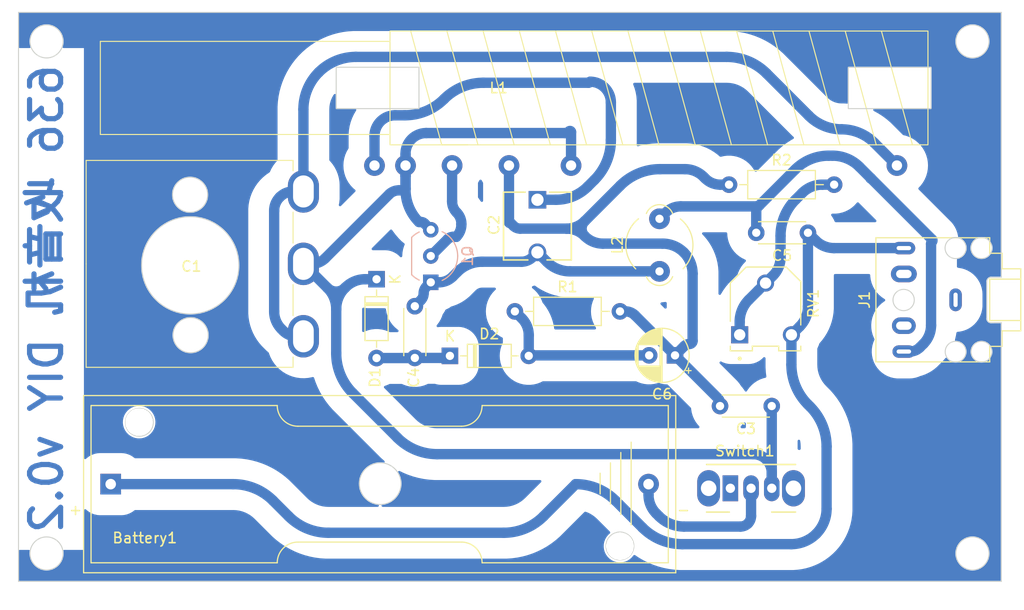
<source format=kicad_pcb>
(kicad_pcb (version 20221018) (generator pcbnew)
  (layers (0 "F.Cu" signal) (31 "B.Cu" signal) (34 "B.Paste" user) (35 "F.Paste" user) (36 "B.SilkS" user "B.Silkscreen") (37 "F.SilkS" user "F.Silkscreen") (38 "B.Mask" user) (39 "F.Mask" user) (44 "Edge.Cuts" user))
  (net 0 "")
  (net 1 "Net-(Battery1-+)")
  (net 2 "Net-(Battery1--)")
  (net 3 "Net-(C2-Pad1)")
  (net 4 "Net-(Q1-C)")
  (net 5 "GND")
  (net 6 "Net-(C3-Pad2)")
  (net 7 "Net-(D1-A)")
  (net 8 "Net-(C5-Pad2)")
  (net 9 "Net-(D2-A)")
  (net 10 "Net-(C1-Pad1)")
  (net 11 "Net-(Q1-B)")
  (net 12 "Net-(R2-Pad2)")
  (footprint "Capacitor_THT:C_Disc_D4.3mm_W1.9mm_P5.00mm" (layer "F.Cu") (at 158.1 125.25 180)
    (fp_text reference "C3" (at 2.5 -2.2) (layer "F.SilkS"))
    (fp_text value "103")
    (pad "1" thru_hole circle (at 0 0 180) (size 1.6 1.6) (drill 0.8) (layers "*.Cu" "*.Mask") (net 5 "GND"))
    (pad "2" thru_hole circle (at 5 0 180) (size 1.6 1.6) (drill 0.8) (layers "*.Cu" "*.Mask") (net 6 "Net-(C3-Pad2)"))
  )
  (footprint "Ferrite_THT:LairdTech_28C0236-0JW-10" (layer "F.Cu") (at 147.25 112.23 90)
    (fp_text reference "L2" (at 2.54 -4.064 90) (layer "F.SilkS"))
    (fp_text value "2.2mH")
    (pad "1" thru_hole circle (at 0 0 90) (size 2 2) (drill 0.8) (layers "*.Cu" "*.Mask") (net 4 "Net-(Q1-C)"))
    (pad "2" thru_hole circle (at 5.08 0 90) (size 2 2) (drill 0.8) (layers "*.Cu" "*.Mask") (net 8 "Net-(C5-Pad2)"))
  )
  (footprint "Button_Switch_THT:SW_CuK_OS102011MA1QN1_SPDT_Angled" (layer "F.Cu") (at 154.1 133.2)
    (fp_text reference "Switch1" (at 1.4 -3.6) (layer "F.SilkS"))
    (fp_text value "SW_SPDT")
    (pad "" thru_hole oval (at -2.1 0) (size 2.2 3.5) (drill 1.5) (layers "*.Cu" "*.Mask"))
    (pad "" thru_hole oval (at 6.1 0) (size 2.2 3.5) (drill 1.5) (layers "*.Cu" "*.Mask"))
    (pad "1" thru_hole rect (at 0 0) (size 1.5 2.5) (drill 0.9) (layers "*.Cu" "*.Mask"))
    (pad "2" thru_hole oval (at 2 0) (size 1.5 2.5) (drill 0.9) (layers "*.Cu" "*.Mask") (net 2 "Net-(Battery1--)"))
    (pad "3" thru_hole oval (at 4 0) (size 1.5 2.5) (drill 0.9) (layers "*.Cu" "*.Mask") (net 5 "GND"))
  )
  (footprint "Capacitor_THT:CP_Radial_D5.0mm_P2.50mm" (layer "F.Cu") (at 148.75 120.35 180)
    (fp_text reference "C6" (at 1.25 -3.75) (layer "F.SilkS"))
    (fp_text value "10uF")
    (pad "1" thru_hole rect (at 0 0 180) (size 1.6 1.6) (drill 0.8) (layers "*.Cu" "*.Mask") (net 6 "Net-(C3-Pad2)"))
    (pad "2" thru_hole circle (at 2.5 0 180) (size 1.6 1.6) (drill 0.8) (layers "*.Cu" "*.Mask") (net 9 "Net-(D2-A)"))
  )
  (footprint "Battery:BatteryHolder_Keystone_2460_1xAA" (layer "F.Cu") (at 94.2 132.8)
    (fp_text reference "Battery1" (at 3.3 5.2 180) (layer "F.SilkS"))
    (fp_text value "1.5V")
    (fp_text user "-" (at 55.37 2.48) (layer "F.SilkS"))
    (fp_text user "+" (at -3.4 2.48) (layer "F.SilkS"))
    (pad "" np_thru_hole circle (at 2.75 -5.995 90) (size 2.64 2.64) (drill 2.64) (layers "*.Cu" "*.Mask"))
    (pad "" np_thru_hole circle (at 49.23 5.995) (size 2.64 2.64) (drill 2.64) (layers "*.Cu" "*.Mask"))
    (pad "1" thru_hole rect (at 0 0 180) (size 2 2) (drill 1.02) (layers "*.Cu" "*.Mask") (net 1 "Net-(Battery1-+)"))
    (pad "2" thru_hole circle (at 51.99 0 180) (size 2 2) (drill 1.02) (layers "*.Cu" "*.Mask") (net 2 "Net-(Battery1--)"))
  )
  (footprint "Capacitor_THT:C_Disc_D4.3mm_W1.9mm_P5.00mm" (layer "F.Cu") (at 161.6 108.5 180)
    (fp_text reference "C5" (at 2.5 -2.2) (layer "F.SilkS"))
    (fp_text value "102")
    (pad "1" thru_hole circle (at 0 0 180) (size 1.6 1.6) (drill 0.8) (layers "*.Cu" "*.Mask") (net 1 "Net-(Battery1-+)"))
    (pad "2" thru_hole circle (at 5 0 180) (size 1.6 1.6) (drill 0.8) (layers "*.Cu" "*.Mask") (net 8 "Net-(C5-Pad2)"))
  )
  (footprint "Inductor_THT:L_CommonMode_Toroid_Vertical_L43.2mm_W22.9mm_Px17.78mm_Py30.48mm_Bourns_8100" (layer "F.Cu") (at 132.7 94.5)
    (fp_text reference "L1" (at -1 0) (layer "F.SilkS"))
    (fp_text value "~")
    (pad "1" thru_hole circle (at 37.5 7.5) (size 2 2) (drill 1) (layers "*.Cu" "*.Mask") (net 10 "Net-(C1-Pad1)"))
    (pad "2" thru_hole circle (at 6 7.5) (size 2 2) (drill 1) (layers "*.Cu" "*.Mask") (net 5 "GND"))
    (pad "3" thru_hole circle (at 0 7.5) (size 2 2) (drill 1) (layers "*.Cu" "*.Mask") (net 6 "Net-(C3-Pad2)"))
    (pad "4" thru_hole circle (at -5.5 7.5) (size 2 2) (drill 1) (layers "*.Cu" "*.Mask") (net 11 "Net-(Q1-B)"))
    (pad "5" thru_hole circle (at -10 7.5) (size 2 2) (drill 1) (layers "*.Cu" "*.Mask") (net 5 "GND"))
    (pad "6" thru_hole circle (at -13 7.5) (size 2 2) (drill 1) (layers "*.Cu" "*.Mask") (net 3 "Net-(C2-Pad1)"))
  )
  (footprint "Diode_THT:D_DO-35_SOD27_P7.62mm_Horizontal" (layer "F.Cu") (at 126.99 120.4)
    (fp_text reference "D2" (at 3.81 -2.12) (layer "F.SilkS"))
    (fp_text value "1N4148")
    (fp_text user "K" (at 0.01 -1.9) (layer "F.SilkS"))
    (pad "1" thru_hole rect (at 0 0) (size 1.6 1.6) (drill 0.8) (layers "*.Cu" "*.Mask") (net 7 "Net-(D1-A)"))
    (pad "2" thru_hole oval (at 7.62 0) (size 1.6 1.6) (drill 0.8) (layers "*.Cu" "*.Mask") (net 9 "Net-(D2-A)"))
  )
  (footprint "Rotary_Encoder:RotaryEncoder_Bourns_Vertical_PEC12R-3x17F-Sxxxx" (layer "F.Cu") (at 101.8286 111.506)
    (fp_text reference "C1" (at 0.1714 0.244 180) (layer "F.SilkS"))
    (fp_text value "CBM-223 ")
    (pad "1" thru_hole oval (at 11 -7 90) (size 4.1 3) (drill oval 3.1 2) (layers "*.Cu" "*.Mask") (net 10 "Net-(C1-Pad1)"))
    (pad "2" thru_hole oval (at 11 0 90) (size 4.1 3) (drill oval 3.1 2) (layers "*.Cu" "*.Mask") (net 5 "GND"))
    (pad "3" thru_hole oval (at 11 7 90) (size 4.1 3) (drill oval 3.1 2) (layers "*.Cu" "*.Mask") (net 10 "Net-(C1-Pad1)"))
  )
  (footprint "radio636footprints:TRIM_3306F-1-503" (layer "F.Cu") (at 157.5 115.8625 -90)
    (fp_text reference "RV1" (at -0.525 -4.625 90) (layer "F.SilkS"))
    (fp_text value "100k")
    (pad "1" thru_hole rect (at 2.5 2.5 270) (size 1.65 1.65) (drill 1.1) (layers "*.Cu" "*.Mask") (net 12 "Net-(R2-Pad2)"))
    (pad "2" thru_hole circle (at -2.5 0 270) (size 1.65 1.65) (drill 1.1) (layers "*.Cu" "*.Mask") (net 12 "Net-(R2-Pad2)"))
    (pad "3" thru_hole circle (at 2.5 -2.5 270) (size 1.65 1.65) (drill 1.1) (layers "*.Cu" "*.Mask") (net 1 "Net-(Battery1-+)"))
  )
  (footprint "Resistor_THT:R_Axial_DIN0207_L6.3mm_D2.5mm_P10.16mm_Horizontal" (layer "F.Cu") (at 133.27 116.1)
    (fp_text reference "R1" (at 5.08 -2.37) (layer "F.SilkS"))
    (fp_text value "10K")
    (pad "1" thru_hole circle (at 0 0) (size 1.6 1.6) (drill 0.8) (layers "*.Cu" "*.Mask") (net 9 "Net-(D2-A)"))
    (pad "2" thru_hole oval (at 10.16 0) (size 1.6 1.6) (drill 0.8) (layers "*.Cu" "*.Mask") (net 6 "Net-(C3-Pad2)"))
  )
  (footprint "radio636footprints:VCAP_GKGXXX15_SGM" (layer "F.Cu") (at 135.45 105.31 -90)
    (fp_text reference "C2" (at 2.44 4.2 90 unlocked) (layer "F.SilkS"))
    (fp_text value "30p")
    (pad "1" thru_hole rect (at 0 0 270) (size 1.7018 1.7018) (drill 1.1938) (layers "*.Cu" "*.Mask") (net 3 "Net-(C2-Pad1)"))
    (pad "2" thru_hole circle (at 5.08 0 270) (size 1.7018 1.7018) (drill 1.1938) (layers "*.Cu" "*.Mask") (net 4 "Net-(Q1-C)"))
  )
  (footprint "Diode_THT:D_DO-35_SOD27_P7.62mm_Horizontal" (layer "F.Cu") (at 119.9 112.99 -90)
    (fp_text reference "D1" (at 9.51 0.15 90) (layer "F.SilkS"))
    (fp_text value "1N4148")
    (fp_text user "K" (at 0 -1.8 90) (layer "F.SilkS"))
    (pad "1" thru_hole rect (at 0 0 270) (size 1.6 1.6) (drill 0.8) (layers "*.Cu" "*.Mask") (net 5 "GND"))
    (pad "2" thru_hole oval (at 7.62 0 270) (size 1.6 1.6) (drill 0.8) (layers "*.Cu" "*.Mask") (net 7 "Net-(D1-A)"))
  )
  (footprint "Resistor_THT:R_Axial_DIN0207_L6.3mm_D2.5mm_P10.16mm_Horizontal" (layer "F.Cu") (at 153.97 103.85)
    (fp_text reference "R2" (at 5.08 -2.37) (layer "F.SilkS"))
    (fp_text value "10K")
    (pad "1" thru_hole circle (at 0 0) (size 1.6 1.6) (drill 0.8) (layers "*.Cu" "*.Mask") (net 6 "Net-(C3-Pad2)"))
    (pad "2" thru_hole oval (at 10.16 0) (size 1.6 1.6) (drill 0.8) (layers "*.Cu" "*.Mask") (net 12 "Net-(R2-Pad2)"))
  )
  (footprint "Connector_Audio:Jack_3.5mm_CUI_SJ1-3525N_Horizontal" (layer "F.Cu") (at 175.8696 114.982 90)
    (fp_text reference "J1" (at 0 -8.8 90) (layer "F.SilkS"))
    (fp_text value "AudioJack2")
    (pad "" np_thru_hole circle (at -5 0 90) (size 1.2 1.2) (drill 1.2) (layers "F&B.Cu" "*.Mask"))
    (pad "" np_thru_hole circle (at -5 2.5 90) (size 1.2 1.2) (drill 1.2) (layers "F&B.Cu" "*.Mask"))
    (pad "" np_thru_hole circle (at 0 -5 90) (size 1.2 1.2) (drill 1.2) (layers "F&B.Cu" "*.Mask"))
    (pad "" np_thru_hole circle (at 5 0 90) (size 1.2 1.2) (drill 1.2) (layers "F&B.Cu" "*.Mask"))
    (pad "" np_thru_hole circle (at 5 2.5 90) (size 1.2 1.2) (drill 1.2) (layers "F&B.Cu" "*.Mask"))
    (pad "R" thru_hole oval (at -5 -5 90) (size 1.2 2.2) (drill oval 0.4 1.4) (layers "*.Cu" "*.Mask") (net 8 "Net-(C5-Pad2)"))
    (pad "RN" thru_hole oval (at -2.5 -5 90) (size 1.6 2.3) (drill oval 0.8 1.5) (layers "*.Cu" "*.Mask"))
    (pad "S" thru_hole oval (at 0 0 90) (size 2.2 1.2) (drill oval 1.4 0.4) (layers "*.Cu" "*.Mask"))
    (pad "T" thru_hole oval (at 5 -5 270) (size 1.2 2.2) (drill oval 0.4 1.4) (layers "*.Cu" "*.Mask") (net 1 "Net-(Battery1-+)"))
    (pad "TN" thru_hole oval (at 2.5 -5 270) (size 1.6 2.5) (drill oval 0.8 1.5) (layers "*.Cu" "*.Mask"))
  )
  (footprint "Capacitor_THT:C_Disc_D4.3mm_W1.9mm_P5.00mm" (layer "F.Cu") (at 123.6 120.6 90)
    (fp_text reference "C4" (at -1.9 -0.1 90) (layer "F.SilkS"))
    (fp_text value "271")
    (pad "1" thru_hole circle (at 0 0 90) (size 1.6 1.6) (drill 0.8) (layers "*.Cu" "*.Mask") (net 7 "Net-(D1-A)"))
    (pad "2" thru_hole circle (at 5 0 90) (size 1.6 1.6) (drill 0.8) (layers "*.Cu" "*.Mask") (net 4 "Net-(Q1-C)"))
  )
  (footprint "Package_TO_SOT_THT:TO-92_Inline_Wide" (layer "B.Cu") (at 125.14 113.29 90)
    (fp_text reference "Q1" (at 2.54 3.56 270) (layer "B.SilkS") (effects (justify mirror)))
    (fp_text value "BC547/S9014")
    (pad "1" thru_hole rect (at 0 0 90) (size 1.5 1.5) (drill 0.8) (layers "*.Cu" "*.Mask") (net 4 "Net-(Q1-C)"))
    (pad "2" thru_hole circle (at 2.54 0 90) (size 1.5 1.5) (drill 0.8) (layers "*.Cu" "*.Mask") (net 11 "Net-(Q1-B)"))
    (pad "3" thru_hole circle (at 5.08 0 90) (size 1.5 1.5) (drill 0.8) (layers "*.Cu" "*.Mask") (net 5 "GND"))
  )
  (gr_circle (center 101.925 118.4) (end 103.625 118.4) (stroke (width 0.1)) (fill none) (layer "Edge.Cuts"))
  (gr_circle (center 88 139.5) (end 89.6 139.5) (stroke (width 0.1)) (fill none) (layer "Edge.Cuts"))
  (gr_circle (center 175.875 120) (end 176.75 120.5) (stroke (width 0.1)) (fill none) (layer "Edge.Cuts"))
  (gr_circle (center 170.85 115) (end 171.75 115.5) (stroke (width 0.1)) (fill none) (layer "Edge.Cuts"))
  (gr_circle (center 101.875 104.825) (end 103.575 104.825) (stroke (width 0.1)) (fill none) (layer "Edge.Cuts"))
  (gr_circle (center 96.975 126.825) (end 97.975 127.725) (stroke (width 0.1)) (fill none) (layer "Edge.Cuts"))
  (gr_circle (center 120.25 132.75) (end 122 133.75) (stroke (width 0.1)) (fill none) (layer "Edge.Cuts"))
  (gr_circle (center 178.375 109.975) (end 179.25 110.5) (stroke (width 0.1)) (fill none) (layer "Edge.Cuts"))
  (gr_circle (center 143.425 138.775) (end 144.425 139.675) (stroke (width 0.1)) (fill none) (layer "Edge.Cuts"))
  (gr_line (start 180.2892 112.7956) (end 180.2892 87.1956) (stroke (width 0.1)) (layer "Edge.Cuts"))
  (gr_circle (center 177.5 90) (end 179.1 90) (stroke (width 0.1)) (fill none) (layer "Edge.Cuts"))
  (gr_arc (start 178.895479 113.195667) (mid 179.011666 112.91624) (end 179.2892 112.7956) (stroke (width 0.1)) (layer "Edge.Cuts"))
  (gr_line (start 179.289182 117.201626) (end 180.2892 117.1956) (stroke (width 0.1)) (layer "Edge.Cuts"))
  (gr_rect (start 116 92.5) (end 124 96.5) (stroke (width 0.1)) (fill none) (layer "Edge.Cuts"))
  (gr_line (start 180.2892 112.7956) (end 179.2892 112.7956) (stroke (width 0.1)) (layer "Edge.Cuts"))
  (gr_circle (center 177.5 139.5) (end 179.1 139.5) (stroke (width 0.1)) (fill none) (layer "Edge.Cuts"))
  (gr_circle (center 175.875 109.975) (end 176.75 110.5) (stroke (width 0.1)) (fill none) (layer "Edge.Cuts"))
  (gr_rect (start 165.5 92.5) (end 173.5 96.5) (stroke (width 0.1)) (fill none) (layer "Edge.Cuts"))
  (gr_circle (center 88 90) (end 89.6 90) (stroke (width 0.1)) (fill none) (layer "Edge.Cuts"))
  (gr_line (start 85.2892 87.1956) (end 85.2892 142.1956) (stroke (width 0.1)) (layer "Edge.Cuts"))
  (gr_line (start 178.8892 113.1956) (end 178.8892 116.7956) (stroke (width 0.1)) (layer "Edge.Cuts"))
  (gr_arc (start 179.289182 117.201626) (mid 179.004569 117.081975) (end 178.889201 116.7956) (stroke (width 0.1)) (layer "Edge.Cuts"))
  (gr_circle (center 101.889342 111.65) (end 106.589342 111.65) (stroke (width 0.1)) (fill none) (layer "Edge.Cuts"))
  (gr_line (start 180.2892 142.1956) (end 180.2892 117.1956) (stroke (width 0.1)) (layer "Edge.Cuts"))
  (gr_line (start 180.2892 87.1956) (end 85.2892 87.1956) (stroke (width 0.1)) (layer "Edge.Cuts"))
  (gr_circle (center 178.375 120) (end 179.25 120.5) (stroke (width 0.1)) (fill none) (layer "Edge.Cuts"))
  (gr_line (start 85.2892 142.1956) (end 180.2892 142.1956) (stroke (width 0.1)) (layer "Edge.Cuts"))
  (gr_text "636 收音机 DIY v0.2" (at 89.75 92 90) (layer "B.Cu") (effects (font (size 3 3) (thickness 0.5) bold) (justify left bottom mirror)))
  (segment (start 160 121.246036) (end 160 118.928185) (width 1) (layer "B.Cu") (net 1))
  (segment (start 115.253963 137.5) (end 132.192072 137.5) (width 1) (layer "B.Cu") (net 1))
  (segment (start 139.146036 132.8) (end 136.039828 135.906207) (width 1) (layer "B.Cu") (net 1))
  (segment (start 106.046036 132.8) (end 94.2 132.8) (width 1) (layer "B.Cu") (net 1))
  (segment (start 161.6 115.631129) (end 161.6 109.023966) (width 1) (layer "B.Cu") (net 1))
  (segment (start 149.453963 138.6) (end 159.985786 138.6) (width 1) (layer "B.Cu") (net 1))
  (segment (start 161.806207 125.306207) (end 161.593792 125.093792) (width 1) (layer "B.Cu") (net 1))
  (segment (start 160.8 117.5625) (end 160.4 117.9625) (width 1) (layer "B.Cu") (net 1))
  (segment (start 162.341 109.241) (end 161.9705 108.8705) (width 1) (layer "B.Cu") (net 1))
  (segment (start 111.406207 135.906207) (end 109.893792 134.393792) (width 1) (layer "B.Cu") (net 1))
  (segment (start 164.129932 109.982) (end 170.8696 109.982) (width 1) (layer "B.Cu") (net 1))
  (segment (start 142.993792 134.393792) (end 145.606207 137.006207) (width 1) (layer "B.Cu") (net 1))
  (segment (start 163.4 129.153963) (end 163.4 135.185786) (width 1) (layer "B.Cu") (net 1))
  (arc (start 160.4 117.9625) (mid 160.103956 118.40556) (end 160 118.928185) (width 1) (layer "B.Cu") (net 1))
  (arc (start 149.453963 138.6) (mid 147.371572 138.185786) (end 145.606207 137.006207) (width 1) (layer "B.Cu") (net 1))
  (arc (start 163.4 129.153963) (mid 162.985786 127.071572) (end 161.806207 125.306207) (width 1) (layer "B.Cu") (net 1))
  (arc (start 139.146036 132.8) (mid 141.228426 133.214213) (end 142.993792 134.393792) (width 1) (layer "B.Cu") (net 1))
  (arc (start 160 121.246036) (mid 160.414213 123.328426) (end 161.593792 125.093792) (width 1) (layer "B.Cu") (net 1))
  (arc (start 161.9705 108.8705) (mid 161.733978 108.823452) (end 161.6 109.023966) (width 1) (layer "B.Cu") (net 1))
  (arc (start 109.893792 134.393792) (mid 108.128426 133.214213) (end 106.046036 132.8) (width 1) (layer "B.Cu") (net 1))
  (arc (start 136.039828 135.906207) (mid 134.274462 137.085786) (end 132.192072 137.5) (width 1) (layer "B.Cu") (net 1))
  (arc (start 162.4 137.6) (mid 163.140108 136.492349) (end 163.4 135.185786) (width 1) (layer "B.Cu") (net 1))
  (arc (start 160.8 117.5625) (mid 161.392086 116.676379) (end 161.6 115.631129) (width 1) (layer "B.Cu") (net 1))
  (arc (start 162.341 109.241) (mid 163.161769 109.78942) (end 164.129932 109.982) (width 1) (layer "B.Cu") (net 1))
  (arc (start 162.4 137.6) (mid 161.292349 138.340108) (end 159.985786 138.6) (width 1) (layer "B.Cu") (net 1))
  (arc (start 111.406207 135.906207) (mid 113.171572 137.085786) (end 115.253963 137.5) (width 1) (layer "B.Cu") (net 1))
  (segment (start 146.19 133.845) (end 146.19 132.8) (width 1) (layer "B.Cu") (net 2))
  (segment (start 156.1 135.875735) (end 156.1 133.2) (width 1) (layer "B.Cu") (net 2))
  (segment (start 146.928926 135.628926) (end 147.195 135.895) (width 1) (layer "B.Cu") (net 2))
  (segment (start 149.621284 136.9) (end 155.075735 136.9) (width 1) (layer "B.Cu") (net 2))
  (arc (start 146.19 133.845) (mid 146.38204 134.810453) (end 146.928926 135.628926) (width 1) (layer "B.Cu") (net 2))
  (arc (start 155.8 136.6) (mid 155.467704 136.822032) (end 155.075735 136.9) (width 1) (layer "B.Cu") (net 2))
  (arc (start 149.621284 136.9) (mid 148.308188 136.638809) (end 147.195 135.895) (width 1) (layer "B.Cu") (net 2))
  (arc (start 156.1 135.875735) (mid 156.022032 136.267704) (end 155.8 136.6) (width 1) (layer "B.Cu") (net 2))
  (segment (start 119.7 99.1435) (end 119.7 102) (width 1) (layer "B.Cu") (net 3))
  (segment (start 121.699998 97.143502) (end 122.633706 97.143502) (width 1) (layer "B.Cu") (net 3))
  (segment (start 140.956207 103.393792) (end 140.309256 104.040742) (width 1) (layer "B.Cu") (net 3))
  (segment (start 140.37929 94) (end 130.222791 94) (width 1) (layer "B.Cu") (net 3))
  (segment (start 142.55 99.546036) (end 142.55 95.899998) (width 1) (layer "B.Cu") (net 3))
  (segment (start 140.550001 93.9) (end 140.500001 93.95) (width 1) (layer "B.Cu") (net 3))
  (segment (start 137.245 105.31) (end 135.45 105.31) (width 1) (layer "B.Cu") (net 3))
  (arc (start 119.7 99.1435) (mid 120.285785 97.729287) (end 121.699998 97.143502) (width 1) (layer "B.Cu") (net 3))
  (arc (start 140.550001 93.9) (mid 141.964213 94.485785) (end 142.55 95.899998) (width 1) (layer "B.Cu") (net 3))
  (arc (start 140.37929 94) (mid 140.444618 93.987005) (end 140.500001 93.95) (width 1) (layer "B.Cu") (net 3))
  (arc (start 130.222791 94) (mid 128.169199 94.408484) (end 126.428249 95.571751) (width 1) (layer "B.Cu") (net 3))
  (arc (start 142.55 99.546036) (mid 142.135786 101.628426) (end 140.956207 103.393792) (width 1) (layer "B.Cu") (net 3))
  (arc (start 137.245 105.31) (mid 138.903363 104.98013) (end 140.309256 104.040742) (width 1) (layer "B.Cu") (net 3))
  (arc (start 122.633706 97.143502) (mid 124.687297 96.735017) (end 126.428249 95.571751) (width 1) (layer "B.Cu") (net 3))
  (segment (start 130.107142 111.3) (end 133.896532 111.3) (width 1) (layer "B.Cu") (net 4))
  (segment (start 138.591076 112.23) (end 147.25 112.23) (width 1) (layer "B.Cu") (net 4))
  (segment (start 124.722236 113.707763) (end 124.795 113.635) (width 1) (layer "B.Cu") (net 4))
  (segment (start 135.905 110.845) (end 136.37 111.31) (width 1) (layer "B.Cu") (net 4))
  (segment (start 127.704999 112.294999) (end 127.265078 112.734921) (width 1) (layer "B.Cu") (net 4))
  (segment (start 125.925 113.29) (end 125.627903 113.29) (width 1) (layer "B.Cu") (net 4))
  (segment (start 124.177763 115.022236) (end 123.6 115.6) (width 1) (layer "B.Cu") (net 4))
  (arc (start 124.722236 113.707763) (mid 124.520751 114.009306) (end 124.45 114.365) (width 1) (layer "B.Cu") (net 4))
  (arc (start 130.107142 111.3) (mid 128.807111 111.558591) (end 127.704999 112.294999) (width 1) (layer "B.Cu") (net 4))
  (arc (start 127.265078 112.734921) (mid 126.650245 113.145739) (end 125.925 113.29) (width 1) (layer "B.Cu") (net 4))
  (arc (start 124.45 114.365) (mid 124.379247 114.720693) (end 124.177763 115.022236) (width 1) (layer "B.Cu") (net 4))
  (arc (start 134.995 110.845) (mid 134.491018 111.181749) (end 133.896532 111.3) (width 1) (layer "B.Cu") (net 4))
  (arc (start 125.627903 113.29) (mid 125.177139 113.379662) (end 124.795 113.635) (width 1) (layer "B.Cu") (net 4))
  (arc (start 134.995 110.845) (mid 135.45 110.656532) (end 135.905 110.845) (width 1) (layer "B.Cu") (net 4))
  (arc (start 138.591076 112.23) (mid 137.389038 111.990899) (end 136.37 111.31) (width 1) (layer "B.Cu") (net 4))
  (segment (start 156.307537 129.9) (end 125.753963 129.9) (width 1) (layer "B.Cu") (net 5))
  (segment (start 116 115.870571) (end 116 120.146036) (width 1) (layer "B.Cu") (net 5))
  (segment (start 124.527885 107.597885) (end 125.14 108.21) (width 1) (layer "B.Cu") (net 5))
  (segment (start 124 107.46) (end 124.195 107.46) (width 1) (layer "B.Cu") (net 5))
  (segment (start 116.905127 113.772272) (end 116.843699 113.833699) (width 1) (layer "B.Cu") (net 5))
  (segment (start 158.1 133.2) (end 158.1 131.692462) (width 1) (layer "B.Cu") (net 5))
  (segment (start 122.7 103) (end 122.7 101) (width 1) (layer "B.Cu") (net 5))
  (segment (start 115.1563 113.8337) (end 113.105326 111.782726) (width 1) (layer "B.Cu") (net 5))
  (segment (start 118.7937 112.99) (end 119.9 112.99) (width 1) (layer "B.Cu") (net 5))
  (segment (start 122.7 103) (end 122.7 100.860658) (width 1) (layer "B.Cu") (net 5))
  (segment (start 113.6113 111.506) (end 113.21995 111.506) (width 1) (layer "B.Cu") (net 5))
  (segment (start 114.947452 110.952547) (end 121.111091 104.788908) (width 1) (layer "B.Cu") (net 5))
  (segment (start 158.1 133.2) (end 158.1 125.25) (width 1) (layer "B.Cu") (net 5))
  (segment (start 122.7 103) (end 122.7 104.229289) (width 1) (layer "B.Cu") (net 5))
  (segment (start 138.117156 98.86066) (end 124.699998 98.86066) (width 1) (layer "B.Cu") (net 5))
  (segment (start 122.7 103) (end 122.7 104.321522) (width 1) (layer "B.Cu") (net 5))
  (segment (start 121.906207 128.306207) (end 117.593792 123.993792) (width 1) (layer "B.Cu") (net 5))
  (segment (start 138.7 98.760659) (end 138.7 102) (width 1) (layer "B.Cu") (net 5))
  (segment (start 122.05 104.4) (end 122.529289 104.4) (width 1) (layer "B.Cu") (net 5))
  (arc (start 122.05 104.4) (mid 121.541866 104.501073) (end 121.111091 104.788908) (width 1) (layer "B.Cu") (net 5))
  (arc (start 118.7937 112.99) (mid 117.771611 113.193305) (end 116.905127 113.772272) (width 1) (layer "B.Cu") (net 5))
  (arc (start 116 115.870571) (mid 115.780729 114.768224) (end 115.1563 113.8337) (width 1) (layer "B.Cu") (net 5))
  (arc (start 116 120.146036) (mid 116.414213 122.228426) (end 117.593792 123.993792) (width 1) (layer "B.Cu") (net 5))
  (arc (start 124.527885 107.597885) (mid 124.375156 107.495835) (end 124.195 107.46) (width 1) (layer "B.Cu") (net 5))
  (arc (start 156.307537 129.9) (mid 156.993483 130.036443) (end 157.575 130.425) (width 1) (layer "B.Cu") (net 5))
  (arc (start 122.65 104.35) (mid 122.594617 104.387005) (end 122.529289 104.4) (width 1) (layer "B.Cu") (net 5))
  (arc (start 122.7 103) (mid 122.7 103) (end 122.7 103) (width 1) (layer "B.Cu") (net 5))
  (arc (start 122.65 104.35) (mid 122.687005 104.294617) (end 122.7 104.229289) (width 1) (layer "B.Cu") (net 5))
  (arc (start 122.7 100.860658) (mid 123.285785 99.446445) (end 124.699998 98.86066) (width 1) (layer "B.Cu") (net 5))
  (arc (start 116 115.870571) (mid 116.21927 114.768224) (end 116.843699 113.833699) (width 1) (layer "B.Cu") (net 5))
  (arc (start 138.7 98.760659) (mid 138.638268 98.668271) (end 138.529289 98.689949) (width 1) (layer "B.Cu") (net 5))
  (arc (start 113.105326 111.782726) (mid 113.070186 111.606068) (end 113.21995 111.506) (width 1) (layer "B.Cu") (net 5))
  (arc (start 121.906207 128.306207) (mid 123.671572 129.485786) (end 125.753963 129.9) (width 1) (layer "B.Cu") (net 5))
  (arc (start 122.7 104.321522) (mid 123.037858 106.020054) (end 124 107.46) (width 1) (layer "B.Cu") (net 5))
  (arc (start 114.947452 110.952547) (mid 114.33442 111.362162) (end 113.6113 111.506) (width 1) (layer "B.Cu") (net 5))
  (arc (start 158.1 131.692462) (mid 157.963556 131.006516) (end 157.575 130.425) (width 1) (layer "B.Cu") (net 5))
  (arc (start 116.843699 113.833699) (mid 115.999999 114.183171) (end 115.1563 113.8337) (width 1) (layer "B.Cu") (net 5))
  (arc (start 138.117156 98.86066) (mid 138.3402 98.816293) (end 138.529289 98.689949) (width 1) (layer "B.Cu") (net 5))
  (segment (start 144.878302 116.478302) (end 148.75 120.35) (width 1) (layer "B.Cu") (net 6))
  (segment (start 151.52 103.1) (end 151.668959 103.248959) (width 1) (layer "B.Cu") (net 6))
  (segment (start 141.775304 109.55) (end 147.547918 109.55) (width 1) (layer "B.Cu") (net 6))
  (segment (start 147.303963 102.35) (end 149.709339 102.35) (width 1) (layer "B.Cu") (net 6))
  (segment (start 153.12 103.85) (end 153.97 103.85) (width 1) (layer "B.Cu") (net 6))
  (segment (start 150.45 118.95) (end 150.45 112.452081) (width 1) (layer "B.Cu") (net 6))
  (segment (start 143.965 116.1) (end 143.43 116.1) (width 1) (layer "B.Cu") (net 6))
  (segment (start 132.903033 107.603033) (end 133.125 107.825) (width 1) (layer "B.Cu") (net 6))
  (segment (start 132.7 107.475) (end 132.7 102) (width 1) (layer "B.Cu") (net 6))
  (segment (start 140.025 107.375) (end 143.456207 103.943792) (width 1) (layer "B.Cu") (net 6))
  (segment (start 138.274695 108.1) (end 133.788908 108.1) (width 1) (layer "B.Cu") (net 6))
  (segment (start 152.905545 124.505545) (end 148.75 120.35) (width 1) (layer "B.Cu") (net 6))
  (segment (start 149.637867 119.462132) (end 148.75 120.35) (width 1) (layer "B.Cu") (net 6))
  (segment (start 153.1 124.975) (end 153.1 125.25) (width 1) (layer "B.Cu") (net 6))
  (arc (start 150.15 119.25) (mid 149.872835 119.305131) (end 149.637867 119.462132) (width 1) (layer "B.Cu") (net 6))
  (arc (start 133.125 107.825) (mid 133.429603 108.028529) (end 133.788908 108.1) (width 1) (layer "B.Cu") (net 6))
  (arc (start 147.303963 102.35) (mid 145.221572 102.764213) (end 143.456207 103.943792) (width 1) (layer "B.Cu") (net 6))
  (arc (start 152.905545 124.505545) (mid 153.049462 124.720932) (end 153.1 124.975) (width 1) (layer "B.Cu") (net 6))
  (arc (start 132.7 107.475) (mid 132.721966 107.528033) (end 132.775 107.55) (width 1) (layer "B.Cu") (net 6))
  (arc (start 151.668959 103.248959) (mid 152.334702 103.693794) (end 153.12 103.85) (width 1) (layer "B.Cu") (net 6))
  (arc (start 138.274695 108.1) (mid 139.221953 108.288421) (end 140.025 108.825) (width 1) (layer "B.Cu") (net 6))
  (arc (start 150.15 119.25) (mid 150.362132 119.162132) (end 150.45 118.95) (width 1) (layer "B.Cu") (net 6))
  (arc (start 144.878302 116.478302) (mid 144.459275 116.198317) (end 143.965 116.1) (width 1) (layer "B.Cu") (net 6))
  (arc (start 147.547918 109.55) (mid 148.658496 109.770907) (end 149.6 110.4) (width 1) (layer "B.Cu") (net 6))
  (arc (start 132.903033 107.603033) (mid 132.84429 107.563782) (end 132.775 107.55) (width 1) (layer "B.Cu") (net 6))
  (arc (start 150.45 112.452081) (mid 150.229092 111.341502) (end 149.6 110.4) (width 1) (layer "B.Cu") (net 6))
  (arc (start 141.775304 109.55) (mid 140.828046 109.361578) (end 140.025 108.825) (width 1) (layer "B.Cu") (net 6))
  (arc (start 151.52 103.1) (mid 150.689261 102.544918) (end 149.709339 102.35) (width 1) (layer "B.Cu") (net 6))
  (arc (start 140.025 107.375) (mid 139.724695 108.1) (end 140.025 108.825) (width 1) (layer "B.Cu") (net 6))
  (arc (start 140.025 107.375) (mid 139.221953 107.911578) (end 138.274695 108.1) (width 1) (layer "B.Cu") (net 6))
  (segment (start 126.89 120.5) (end 126.99 120.4) (width 1) (layer "B.Cu") (net 7))
  (segment (start 123.607071 120.6) (end 126.648578 120.6) (width 1) (layer "B.Cu") (net 7))
  (segment (start 123.582928 120.61) (end 119.9 120.61) (width 1) (layer "B.Cu") (net 7))
  (arc (start 123.582928 120.61) (mid 123.589461 120.6087) (end 123.595 120.605) (width 1) (layer "B.Cu") (net 7))
  (arc (start 126.648578 120.6) (mid 126.779234 120.57401) (end 126.89 120.5) (width 1) (layer "B.Cu") (net 7))
  (arc (start 123.607071 120.6) (mid 123.600538 120.601299) (end 123.595 120.605) (width 1) (layer "B.Cu") (net 7))
  (segment (start 172.42402 119.575979) (end 172.759 119.241) (width 1) (layer "B.Cu") (net 8))
  (segment (start 173.5975 109.1475) (end 167.717677 103.267677) (width 1) (layer "B.Cu") (net 8))
  (segment (start 156.899999 105.849999) (end 156.7 106.05) (width 1) (layer "B.Cu") (net 8))
  (segment (start 163.97972 101.05) (end 163.6 101.05) (width 1) (layer "B.Cu") (net 8))
  (segment (start 149.298528 105.95) (end 156.658578 105.95) (width 1) (layer "B.Cu") (net 8))
  (segment (start 171.4438 119.982) (end 170.8696 119.982) (width 1) (layer "B.Cu") (net 8))
  (segment (start 156.899999 105.849999) (end 160.356497 102.393502) (width 1) (layer "B.Cu") (net 8))
  (segment (start 147.85 106.55) (end 147.25 107.15) (width 1) (layer "B.Cu") (net 8))
  (segment (start 173.5 117.452067) (end 173.5 109.577885) (width 1) (layer "B.Cu") (net 8))
  (segment (start 156.6 106.291421) (end 156.6 108.5) (width 1) (layer "B.Cu") (net 8))
  (segment (start 167.632322 103.182322) (end 166.575 102.125) (width 1) (layer "B.Cu") (net 8))
  (arc (start 156.7 106.05) (mid 156.712698 105.986161) (end 156.658578 105.95) (width 1) (layer "B.Cu") (net 8))
  (arc (start 173.5975 109.3425) (mid 173.525339 109.450495) (end 173.5 109.577885) (width 1) (layer "B.Cu") (net 8))
  (arc (start 167.675 103.25) (mid 167.698096 103.254594) (end 167.717677 103.267677) (width 1) (layer "B.Cu") (net 8))
  (arc (start 160.356497 102.393502) (mid 161.844628 101.399164) (end 163.6 101.05) (width 1) (layer "B.Cu") (net 8))
  (arc (start 167.632322 103.182322) (mid 167.645405 103.201902) (end 167.65 103.225) (width 1) (layer "B.Cu") (net 8))
  (arc (start 167.675 103.25) (mid 167.657322 103.242677) (end 167.65 103.225) (width 1) (layer "B.Cu") (net 8))
  (arc (start 156.6 106.291421) (mid 156.625989 106.160764) (end 156.7 106.05) (width 1) (layer "B.Cu") (net 8))
  (arc (start 163.97972 101.05) (mid 165.384275 101.329383) (end 166.575 102.125) (width 1) (layer "B.Cu") (net 8))
  (arc (start 172.759 119.241) (mid 173.30742 118.42023) (end 173.5 117.452067) (width 1) (layer "B.Cu") (net 8))
  (arc (start 172.42402 119.575979) (mid 171.974291 119.876478) (end 171.4438 119.982) (width 1) (layer "B.Cu") (net 8))
  (arc (start 156.899999 105.849999) (mid 156.789234 105.92401) (end 156.658578 105.95) (width 1) (layer "B.Cu") (net 8))
  (arc (start 147.85 106.55) (mid 148.51459 106.105934) (end 149.298528 105.95) (width 1) (layer "B.Cu") (net 8))
  (arc (start 173.5975 109.1475) (mid 173.637885 109.245) (end 173.5975 109.3425) (width 1) (layer "B.Cu") (net 8))
  (segment (start 133.94 116.77) (end 133.27 116.1) (width 1) (layer "B.Cu") (net 9))
  (segment (start 134.61 118.387523) (end 134.61 120.364644) (width 1) (layer "B.Cu") (net 9))
  (segment (start 134.695355 120.35) (end 146.25 120.35) (width 1) (layer "B.Cu") (net 9))
  (arc (start 133.94 116.77) (mid 134.435872 117.512125) (end 134.61 118.387523) (width 1) (layer "B.Cu") (net 9))
  (arc (start 134.635 120.375) (mid 134.61904 120.378174) (end 134.61 120.364644) (width 1) (layer "B.Cu") (net 9))
  (arc (start 134.635 120.375) (mid 134.662691 120.356497) (end 134.695355 120.35) (width 1) (layer "B.Cu") (net 9))
  (segment (start 111.9613 104.506) (end 111.867574 104.506) (width 1) (layer "B.Cu") (net 10))
  (segment (start 112.1173 118.506) (end 112.8286 118.506) (width 1) (layer "B.Cu") (net 10))
  (segment (start 110.703 117.803) (end 110.903034 118.003034) (width 1) (layer "B.Cu") (net 10))
  (segment (start 112.8286 103.6387) (end 112.8286 96.572497) (width 1) (layer "B.Cu") (net 10))
  (segment (start 168.008147 99.808147) (end 170.2 102) (width 1) (layer "B.Cu") (net 10))
  (segment (start 117.901097 91.5) (end 153.746036 91.5) (width 1) (layer "B.Cu") (net 10))
  (segment (start 110 116.105807) (end 110 106.373574) (width 1) (layer "B.Cu") (net 10))
  (segment (start 161.691852 97.191852) (end 157.593792 93.093792) (width 1) (layer "B.Cu") (net 10))
  (arc (start 153.746036 91.5) (mid 155.828426 91.914213) (end 157.593792 93.093792) (width 1) (layer "B.Cu") (net 10))
  (arc (start 110 116.105807) (mid 110.182703 117.024321) (end 110.703 117.803) (width 1) (layer "B.Cu") (net 10))
  (arc (start 110.903034 118.003034) (mid 111.460144 118.375283) (end 112.1173 118.506) (width 1) (layer "B.Cu") (net 10))
  (arc (start 161.691852 97.191852) (mid 163.140822 98.160023) (end 164.85 98.5) (width 1) (layer "B.Cu") (net 10))
  (arc (start 110.547 105.053) (mid 111.152884 104.64816) (end 111.867574 104.506) (width 1) (layer "B.Cu") (net 10))
  (arc (start 168.008147 99.808147) (mid 166.559176 98.839976) (end 164.85 98.5) (width 1) (layer "B.Cu") (net 10))
  (arc (start 114.3143 92.9857) (mid 113.21472 94.631336) (end 112.8286 96.572497) (width 1) (layer "B.Cu") (net 10))
  (arc (start 110.547 105.053) (mid 110.14216 105.658884) (end 110 106.373574) (width 1) (layer "B.Cu") (net 10))
  (arc (start 114.3143 92.9857) (mid 115.959936 91.88612) (end 117.901097 91.5) (width 1) (layer "B.Cu") (net 10))
  (arc (start 111.9613 104.506) (mid 112.574573 104.251973) (end 112.8286 103.6387) (width 1) (layer "B.Cu") (net 10))
  (segment (start 127.605025 108.894974) (end 127.300025 108.894974) (width 1) (layer "B.Cu") (net 11))
  (segment (start 127.2 105.463603) (end 127.2 102) (width 1) (layer "B.Cu") (net 11))
  (segment (start 126.779358 109.110641) (end 125.14 110.75) (width 1) (layer "B.Cu") (net 11))
  (segment (start 128.1 107.7) (end 128.1 107.636396) (width 1) (layer "B.Cu") (net 11))
  (arc (start 127.300025 108.894974) (mid 127.018242 108.951024) (end 126.779358 109.110641) (width 1) (layer "B.Cu") (net 11))
  (arc (start 127.65 106.55) (mid 127.983048 107.048442) (end 128.1 107.636396) (width 1) (layer "B.Cu") (net 11))
  (arc (start 128.1 107.7) (mid 127.97136 108.346715) (end 127.605025 108.894974) (width 1) (layer "B.Cu") (net 11))
  (arc (start 127.65 106.55) (mid 127.316951 106.051556) (end 127.2 105.463603) (width 1) (layer "B.Cu") (net 11))
  (segment (start 155.883883 114.978616) (end 156.774999 114.087499) (width 1) (layer "B.Cu") (net 12))
  (segment (start 157.499999 113.362498) (end 157.681249 113.181249) (width 1) (layer "B.Cu") (net 12))
  (segment (start 157.499999 113.362498) (end 156.774999 114.087499) (width 1) (layer "B.Cu") (net 12))
  (segment (start 155 117.1125) (end 155 118.3625) (width 1) (layer "B.Cu") (net 12))
  (segment (start 158.225 112.6375) (end 158.04375 112.81875) (width 1) (layer "B.Cu") (net 12))
  (segment (start 158.95 108.800609) (end 158.95 110.887195) (width 1) (layer "B.Cu") (net 12))
  (segment (start 158.04375 112.81875) (end 157.681249 113.181249) (width 1) (layer "B.Cu") (net 12))
  (segment (start 162.99 103.85) (end 164.13 103.85) (width 1) (layer "B.Cu") (net 12))
  (segment (start 160.399999 105.299999) (end 161.043898 104.656101) (width 1) (layer "B.Cu") (net 12))
  (arc (start 158.95 108.800609) (mid 159.326842 106.906092) (end 160.399999 105.299999) (width 1) (layer "B.Cu") (net 12))
  (arc (start 162.99 103.85) (mid 161.936777 104.059498) (end 161.043898 104.656101) (width 1) (layer "B.Cu") (net 12))
  (arc (start 155.883883 114.978616) (mid 155.229713 115.95765) (end 155 117.1125) (width 1) (layer "B.Cu") (net 12))
  (arc (start 158.225 112.6375) (mid 158.761578 111.834453) (end 158.95 110.887195) (width 1) (layer "B.Cu") (net 12))
  (zone (net 0) (net_name "") (layer "B.Cu") (name "new") (priority 1) (connect_pads (clearance 2)) (min_thickness 0.25) (fill yes (thermal_gap 0.5) (thermal_bridge_width 0.5) (island_removal_mode 1) (island_area_min 10))
    (polygon (pts (xy 182.25 94.75) (xy 182 86) (xy 84.5 86) (xy 83.5 144.5) (xy 182.5 145) (xy 182.5 95.75)))
  )
)
</source>
